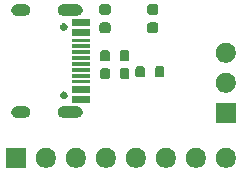
<source format=gbs>
G04 #@! TF.GenerationSoftware,KiCad,Pcbnew,9.0.3*
G04 #@! TF.CreationDate,2025-08-03T15:19:36-04:00*
G04 #@! TF.ProjectId,CH32V003J4M6,43483332-5630-4303-934a-344d362e6b69,rev?*
G04 #@! TF.SameCoordinates,Original*
G04 #@! TF.FileFunction,Soldermask,Bot*
G04 #@! TF.FilePolarity,Negative*
%FSLAX46Y46*%
G04 Gerber Fmt 4.6, Leading zero omitted, Abs format (unit mm)*
G04 Created by KiCad (PCBNEW 9.0.3) date 2025-08-03 15:19:36*
%MOMM*%
%LPD*%
G01*
G04 APERTURE LIST*
G04 APERTURE END LIST*
G36*
X143598000Y-111340000D02*
G01*
X141898000Y-111340000D01*
X141898000Y-109640000D01*
X143598000Y-109640000D01*
X143598000Y-111340000D01*
G37*
G36*
X145534742Y-109676601D02*
G01*
X145688687Y-109740367D01*
X145827234Y-109832941D01*
X145945059Y-109950766D01*
X146037633Y-110089313D01*
X146101399Y-110243258D01*
X146133907Y-110406685D01*
X146133907Y-110573315D01*
X146101399Y-110736742D01*
X146037633Y-110890687D01*
X145945059Y-111029234D01*
X145827234Y-111147059D01*
X145688687Y-111239633D01*
X145534742Y-111303399D01*
X145371315Y-111335907D01*
X145204685Y-111335907D01*
X145041258Y-111303399D01*
X144887313Y-111239633D01*
X144748766Y-111147059D01*
X144630941Y-111029234D01*
X144538367Y-110890687D01*
X144474601Y-110736742D01*
X144442093Y-110573315D01*
X144442093Y-110406685D01*
X144474601Y-110243258D01*
X144538367Y-110089313D01*
X144630941Y-109950766D01*
X144748766Y-109832941D01*
X144887313Y-109740367D01*
X145041258Y-109676601D01*
X145204685Y-109644093D01*
X145371315Y-109644093D01*
X145534742Y-109676601D01*
G37*
G36*
X148074742Y-109676601D02*
G01*
X148228687Y-109740367D01*
X148367234Y-109832941D01*
X148485059Y-109950766D01*
X148577633Y-110089313D01*
X148641399Y-110243258D01*
X148673907Y-110406685D01*
X148673907Y-110573315D01*
X148641399Y-110736742D01*
X148577633Y-110890687D01*
X148485059Y-111029234D01*
X148367234Y-111147059D01*
X148228687Y-111239633D01*
X148074742Y-111303399D01*
X147911315Y-111335907D01*
X147744685Y-111335907D01*
X147581258Y-111303399D01*
X147427313Y-111239633D01*
X147288766Y-111147059D01*
X147170941Y-111029234D01*
X147078367Y-110890687D01*
X147014601Y-110736742D01*
X146982093Y-110573315D01*
X146982093Y-110406685D01*
X147014601Y-110243258D01*
X147078367Y-110089313D01*
X147170941Y-109950766D01*
X147288766Y-109832941D01*
X147427313Y-109740367D01*
X147581258Y-109676601D01*
X147744685Y-109644093D01*
X147911315Y-109644093D01*
X148074742Y-109676601D01*
G37*
G36*
X150614742Y-109676601D02*
G01*
X150768687Y-109740367D01*
X150907234Y-109832941D01*
X151025059Y-109950766D01*
X151117633Y-110089313D01*
X151181399Y-110243258D01*
X151213907Y-110406685D01*
X151213907Y-110573315D01*
X151181399Y-110736742D01*
X151117633Y-110890687D01*
X151025059Y-111029234D01*
X150907234Y-111147059D01*
X150768687Y-111239633D01*
X150614742Y-111303399D01*
X150451315Y-111335907D01*
X150284685Y-111335907D01*
X150121258Y-111303399D01*
X149967313Y-111239633D01*
X149828766Y-111147059D01*
X149710941Y-111029234D01*
X149618367Y-110890687D01*
X149554601Y-110736742D01*
X149522093Y-110573315D01*
X149522093Y-110406685D01*
X149554601Y-110243258D01*
X149618367Y-110089313D01*
X149710941Y-109950766D01*
X149828766Y-109832941D01*
X149967313Y-109740367D01*
X150121258Y-109676601D01*
X150284685Y-109644093D01*
X150451315Y-109644093D01*
X150614742Y-109676601D01*
G37*
G36*
X153154742Y-109676601D02*
G01*
X153308687Y-109740367D01*
X153447234Y-109832941D01*
X153565059Y-109950766D01*
X153657633Y-110089313D01*
X153721399Y-110243258D01*
X153753907Y-110406685D01*
X153753907Y-110573315D01*
X153721399Y-110736742D01*
X153657633Y-110890687D01*
X153565059Y-111029234D01*
X153447234Y-111147059D01*
X153308687Y-111239633D01*
X153154742Y-111303399D01*
X152991315Y-111335907D01*
X152824685Y-111335907D01*
X152661258Y-111303399D01*
X152507313Y-111239633D01*
X152368766Y-111147059D01*
X152250941Y-111029234D01*
X152158367Y-110890687D01*
X152094601Y-110736742D01*
X152062093Y-110573315D01*
X152062093Y-110406685D01*
X152094601Y-110243258D01*
X152158367Y-110089313D01*
X152250941Y-109950766D01*
X152368766Y-109832941D01*
X152507313Y-109740367D01*
X152661258Y-109676601D01*
X152824685Y-109644093D01*
X152991315Y-109644093D01*
X153154742Y-109676601D01*
G37*
G36*
X155694742Y-109676601D02*
G01*
X155848687Y-109740367D01*
X155987234Y-109832941D01*
X156105059Y-109950766D01*
X156197633Y-110089313D01*
X156261399Y-110243258D01*
X156293907Y-110406685D01*
X156293907Y-110573315D01*
X156261399Y-110736742D01*
X156197633Y-110890687D01*
X156105059Y-111029234D01*
X155987234Y-111147059D01*
X155848687Y-111239633D01*
X155694742Y-111303399D01*
X155531315Y-111335907D01*
X155364685Y-111335907D01*
X155201258Y-111303399D01*
X155047313Y-111239633D01*
X154908766Y-111147059D01*
X154790941Y-111029234D01*
X154698367Y-110890687D01*
X154634601Y-110736742D01*
X154602093Y-110573315D01*
X154602093Y-110406685D01*
X154634601Y-110243258D01*
X154698367Y-110089313D01*
X154790941Y-109950766D01*
X154908766Y-109832941D01*
X155047313Y-109740367D01*
X155201258Y-109676601D01*
X155364685Y-109644093D01*
X155531315Y-109644093D01*
X155694742Y-109676601D01*
G37*
G36*
X158234742Y-109676601D02*
G01*
X158388687Y-109740367D01*
X158527234Y-109832941D01*
X158645059Y-109950766D01*
X158737633Y-110089313D01*
X158801399Y-110243258D01*
X158833907Y-110406685D01*
X158833907Y-110573315D01*
X158801399Y-110736742D01*
X158737633Y-110890687D01*
X158645059Y-111029234D01*
X158527234Y-111147059D01*
X158388687Y-111239633D01*
X158234742Y-111303399D01*
X158071315Y-111335907D01*
X157904685Y-111335907D01*
X157741258Y-111303399D01*
X157587313Y-111239633D01*
X157448766Y-111147059D01*
X157330941Y-111029234D01*
X157238367Y-110890687D01*
X157174601Y-110736742D01*
X157142093Y-110573315D01*
X157142093Y-110406685D01*
X157174601Y-110243258D01*
X157238367Y-110089313D01*
X157330941Y-109950766D01*
X157448766Y-109832941D01*
X157587313Y-109740367D01*
X157741258Y-109676601D01*
X157904685Y-109644093D01*
X158071315Y-109644093D01*
X158234742Y-109676601D01*
G37*
G36*
X160774742Y-109676601D02*
G01*
X160928687Y-109740367D01*
X161067234Y-109832941D01*
X161185059Y-109950766D01*
X161277633Y-110089313D01*
X161341399Y-110243258D01*
X161373907Y-110406685D01*
X161373907Y-110573315D01*
X161341399Y-110736742D01*
X161277633Y-110890687D01*
X161185059Y-111029234D01*
X161067234Y-111147059D01*
X160928687Y-111239633D01*
X160774742Y-111303399D01*
X160611315Y-111335907D01*
X160444685Y-111335907D01*
X160281258Y-111303399D01*
X160127313Y-111239633D01*
X159988766Y-111147059D01*
X159870941Y-111029234D01*
X159778367Y-110890687D01*
X159714601Y-110736742D01*
X159682093Y-110573315D01*
X159682093Y-110406685D01*
X159714601Y-110243258D01*
X159778367Y-110089313D01*
X159870941Y-109950766D01*
X159988766Y-109832941D01*
X160127313Y-109740367D01*
X160281258Y-109676601D01*
X160444685Y-109644093D01*
X160611315Y-109644093D01*
X160774742Y-109676601D01*
G37*
G36*
X161378000Y-107515000D02*
G01*
X159678000Y-107515000D01*
X159678000Y-105815000D01*
X161378000Y-105815000D01*
X161378000Y-107515000D01*
G37*
G36*
X143535263Y-106114244D02*
G01*
X143661342Y-106148026D01*
X143774381Y-106213289D01*
X143866677Y-106305585D01*
X143931940Y-106418624D01*
X143965722Y-106544703D01*
X143965722Y-106675229D01*
X143931940Y-106801308D01*
X143866677Y-106914347D01*
X143774381Y-107006643D01*
X143661342Y-107071906D01*
X143535263Y-107105688D01*
X143470000Y-107109966D01*
X143468029Y-107109966D01*
X142871971Y-107109966D01*
X142870000Y-107109966D01*
X142804737Y-107105688D01*
X142678658Y-107071906D01*
X142565619Y-107006643D01*
X142473323Y-106914347D01*
X142408060Y-106801308D01*
X142374278Y-106675229D01*
X142374278Y-106544703D01*
X142408060Y-106418624D01*
X142473323Y-106305585D01*
X142565619Y-106213289D01*
X142678658Y-106148026D01*
X142804737Y-106114244D01*
X142870000Y-106109966D01*
X143470000Y-106109966D01*
X143535263Y-106114244D01*
G37*
G36*
X147965263Y-106114244D02*
G01*
X148091342Y-106148026D01*
X148204381Y-106213289D01*
X148296677Y-106305585D01*
X148361940Y-106418624D01*
X148395722Y-106544703D01*
X148395722Y-106675229D01*
X148361940Y-106801308D01*
X148296677Y-106914347D01*
X148204381Y-107006643D01*
X148091342Y-107071906D01*
X147965263Y-107105688D01*
X147900000Y-107109966D01*
X147898029Y-107109966D01*
X146801971Y-107109966D01*
X146800000Y-107109966D01*
X146734737Y-107105688D01*
X146608658Y-107071906D01*
X146495619Y-107006643D01*
X146403323Y-106914347D01*
X146338060Y-106801308D01*
X146304278Y-106675229D01*
X146304278Y-106544703D01*
X146338060Y-106418624D01*
X146403323Y-106305585D01*
X146495619Y-106213289D01*
X146608658Y-106148026D01*
X146734737Y-106114244D01*
X146800000Y-106109966D01*
X147900000Y-106109966D01*
X147965263Y-106114244D01*
G37*
G36*
X148990000Y-105839966D02*
G01*
X147540000Y-105839966D01*
X147540000Y-105239966D01*
X148990000Y-105239966D01*
X148990000Y-105839966D01*
G37*
G36*
X146944372Y-104879705D02*
G01*
X147017847Y-104922126D01*
X147077840Y-104982119D01*
X147120261Y-105055594D01*
X147142220Y-105137545D01*
X147142220Y-105222387D01*
X147120261Y-105304338D01*
X147077840Y-105377813D01*
X147017847Y-105437806D01*
X146944372Y-105480227D01*
X146862421Y-105502186D01*
X146777579Y-105502186D01*
X146695628Y-105480227D01*
X146622153Y-105437806D01*
X146562160Y-105377813D01*
X146519739Y-105304338D01*
X146497780Y-105222387D01*
X146497780Y-105137545D01*
X146519739Y-105055594D01*
X146562160Y-104982119D01*
X146622153Y-104922126D01*
X146695628Y-104879705D01*
X146777579Y-104857746D01*
X146862421Y-104857746D01*
X146944372Y-104879705D01*
G37*
G36*
X148990000Y-105039966D02*
G01*
X147540000Y-105039966D01*
X147540000Y-104439966D01*
X148990000Y-104439966D01*
X148990000Y-105039966D01*
G37*
G36*
X160774742Y-103311601D02*
G01*
X160928687Y-103375367D01*
X161067234Y-103467941D01*
X161185059Y-103585766D01*
X161277633Y-103724313D01*
X161341399Y-103878258D01*
X161373907Y-104041685D01*
X161373907Y-104208315D01*
X161341399Y-104371742D01*
X161277633Y-104525687D01*
X161185059Y-104664234D01*
X161067234Y-104782059D01*
X160928687Y-104874633D01*
X160774742Y-104938399D01*
X160611315Y-104970907D01*
X160444685Y-104970907D01*
X160281258Y-104938399D01*
X160127313Y-104874633D01*
X159988766Y-104782059D01*
X159870941Y-104664234D01*
X159778367Y-104525687D01*
X159714601Y-104371742D01*
X159682093Y-104208315D01*
X159682093Y-104041685D01*
X159714601Y-103878258D01*
X159778367Y-103724313D01*
X159870941Y-103585766D01*
X159988766Y-103467941D01*
X160127313Y-103375367D01*
X160281258Y-103311601D01*
X160444685Y-103279093D01*
X160611315Y-103279093D01*
X160774742Y-103311601D01*
G37*
G36*
X148990000Y-104189966D02*
G01*
X147540000Y-104189966D01*
X147540000Y-103889966D01*
X148990000Y-103889966D01*
X148990000Y-104189966D01*
G37*
G36*
X150581537Y-102890224D02*
G01*
X150646421Y-102933579D01*
X150689776Y-102998463D01*
X150705000Y-103075000D01*
X150705000Y-103625000D01*
X150689776Y-103701537D01*
X150646421Y-103766421D01*
X150581537Y-103809776D01*
X150505000Y-103825000D01*
X150105000Y-103825000D01*
X150028463Y-103809776D01*
X149963579Y-103766421D01*
X149920224Y-103701537D01*
X149905000Y-103625000D01*
X149905000Y-103075000D01*
X149920224Y-102998463D01*
X149963579Y-102933579D01*
X150028463Y-102890224D01*
X150105000Y-102875000D01*
X150505000Y-102875000D01*
X150581537Y-102890224D01*
G37*
G36*
X152231537Y-102890224D02*
G01*
X152296421Y-102933579D01*
X152339776Y-102998463D01*
X152355000Y-103075000D01*
X152355000Y-103625000D01*
X152339776Y-103701537D01*
X152296421Y-103766421D01*
X152231537Y-103809776D01*
X152155000Y-103825000D01*
X151755000Y-103825000D01*
X151678463Y-103809776D01*
X151613579Y-103766421D01*
X151570224Y-103701537D01*
X151555000Y-103625000D01*
X151555000Y-103075000D01*
X151570224Y-102998463D01*
X151613579Y-102933579D01*
X151678463Y-102890224D01*
X151755000Y-102875000D01*
X152155000Y-102875000D01*
X152231537Y-102890224D01*
G37*
G36*
X148990000Y-103689966D02*
G01*
X147540000Y-103689966D01*
X147540000Y-103389966D01*
X148990000Y-103389966D01*
X148990000Y-103689966D01*
G37*
G36*
X153551537Y-102740224D02*
G01*
X153616421Y-102783579D01*
X153659776Y-102848463D01*
X153675000Y-102925000D01*
X153675000Y-103475000D01*
X153659776Y-103551537D01*
X153616421Y-103616421D01*
X153551537Y-103659776D01*
X153475000Y-103675000D01*
X153075000Y-103675000D01*
X152998463Y-103659776D01*
X152933579Y-103616421D01*
X152890224Y-103551537D01*
X152875000Y-103475000D01*
X152875000Y-102925000D01*
X152890224Y-102848463D01*
X152933579Y-102783579D01*
X152998463Y-102740224D01*
X153075000Y-102725000D01*
X153475000Y-102725000D01*
X153551537Y-102740224D01*
G37*
G36*
X155201537Y-102740224D02*
G01*
X155266421Y-102783579D01*
X155309776Y-102848463D01*
X155325000Y-102925000D01*
X155325000Y-103475000D01*
X155309776Y-103551537D01*
X155266421Y-103616421D01*
X155201537Y-103659776D01*
X155125000Y-103675000D01*
X154725000Y-103675000D01*
X154648463Y-103659776D01*
X154583579Y-103616421D01*
X154540224Y-103551537D01*
X154525000Y-103475000D01*
X154525000Y-102925000D01*
X154540224Y-102848463D01*
X154583579Y-102783579D01*
X154648463Y-102740224D01*
X154725000Y-102725000D01*
X155125000Y-102725000D01*
X155201537Y-102740224D01*
G37*
G36*
X148990000Y-103189966D02*
G01*
X147540000Y-103189966D01*
X147540000Y-102889966D01*
X148990000Y-102889966D01*
X148990000Y-103189966D01*
G37*
G36*
X148990000Y-102689966D02*
G01*
X147540000Y-102689966D01*
X147540000Y-102389966D01*
X148990000Y-102389966D01*
X148990000Y-102689966D01*
G37*
G36*
X160774742Y-100771601D02*
G01*
X160928687Y-100835367D01*
X161067234Y-100927941D01*
X161185059Y-101045766D01*
X161277633Y-101184313D01*
X161341399Y-101338258D01*
X161373907Y-101501685D01*
X161373907Y-101668315D01*
X161341399Y-101831742D01*
X161277633Y-101985687D01*
X161185059Y-102124234D01*
X161067234Y-102242059D01*
X160928687Y-102334633D01*
X160774742Y-102398399D01*
X160611315Y-102430907D01*
X160444685Y-102430907D01*
X160281258Y-102398399D01*
X160127313Y-102334633D01*
X159988766Y-102242059D01*
X159870941Y-102124234D01*
X159778367Y-101985687D01*
X159714601Y-101831742D01*
X159682093Y-101668315D01*
X159682093Y-101501685D01*
X159714601Y-101338258D01*
X159778367Y-101184313D01*
X159870941Y-101045766D01*
X159988766Y-100927941D01*
X160127313Y-100835367D01*
X160281258Y-100771601D01*
X160444685Y-100739093D01*
X160611315Y-100739093D01*
X160774742Y-100771601D01*
G37*
G36*
X150576537Y-101390224D02*
G01*
X150641421Y-101433579D01*
X150684776Y-101498463D01*
X150700000Y-101575000D01*
X150700000Y-102125000D01*
X150684776Y-102201537D01*
X150641421Y-102266421D01*
X150576537Y-102309776D01*
X150500000Y-102325000D01*
X150100000Y-102325000D01*
X150023463Y-102309776D01*
X149958579Y-102266421D01*
X149915224Y-102201537D01*
X149900000Y-102125000D01*
X149900000Y-101575000D01*
X149915224Y-101498463D01*
X149958579Y-101433579D01*
X150023463Y-101390224D01*
X150100000Y-101375000D01*
X150500000Y-101375000D01*
X150576537Y-101390224D01*
G37*
G36*
X152226537Y-101390224D02*
G01*
X152291421Y-101433579D01*
X152334776Y-101498463D01*
X152350000Y-101575000D01*
X152350000Y-102125000D01*
X152334776Y-102201537D01*
X152291421Y-102266421D01*
X152226537Y-102309776D01*
X152150000Y-102325000D01*
X151750000Y-102325000D01*
X151673463Y-102309776D01*
X151608579Y-102266421D01*
X151565224Y-102201537D01*
X151550000Y-102125000D01*
X151550000Y-101575000D01*
X151565224Y-101498463D01*
X151608579Y-101433579D01*
X151673463Y-101390224D01*
X151750000Y-101375000D01*
X152150000Y-101375000D01*
X152226537Y-101390224D01*
G37*
G36*
X148990000Y-102189966D02*
G01*
X147540000Y-102189966D01*
X147540000Y-101889966D01*
X148990000Y-101889966D01*
X148990000Y-102189966D01*
G37*
G36*
X148990000Y-101689966D02*
G01*
X147540000Y-101689966D01*
X147540000Y-101389966D01*
X148990000Y-101389966D01*
X148990000Y-101689966D01*
G37*
G36*
X148990000Y-101189966D02*
G01*
X147540000Y-101189966D01*
X147540000Y-100889966D01*
X148990000Y-100889966D01*
X148990000Y-101189966D01*
G37*
G36*
X148990000Y-100689966D02*
G01*
X147540000Y-100689966D01*
X147540000Y-100389966D01*
X148990000Y-100389966D01*
X148990000Y-100689966D01*
G37*
G36*
X148990000Y-100139966D02*
G01*
X147540000Y-100139966D01*
X147540000Y-99539966D01*
X148990000Y-99539966D01*
X148990000Y-100139966D01*
G37*
G36*
X150554850Y-99025964D02*
G01*
X150599317Y-99031123D01*
X150614510Y-99037831D01*
X150636104Y-99042127D01*
X150659222Y-99057574D01*
X150676567Y-99065233D01*
X150688412Y-99077078D01*
X150709099Y-99090901D01*
X150722921Y-99111587D01*
X150734766Y-99123432D01*
X150742423Y-99140774D01*
X150757873Y-99163896D01*
X150762168Y-99185491D01*
X150768876Y-99200682D01*
X150774033Y-99245139D01*
X150775000Y-99250000D01*
X150775000Y-99700000D01*
X150774032Y-99704862D01*
X150768876Y-99749317D01*
X150762168Y-99764506D01*
X150757873Y-99786104D01*
X150742422Y-99809227D01*
X150734766Y-99826567D01*
X150722923Y-99838409D01*
X150709099Y-99859099D01*
X150688409Y-99872923D01*
X150676567Y-99884766D01*
X150659227Y-99892422D01*
X150636104Y-99907873D01*
X150614506Y-99912168D01*
X150599317Y-99918876D01*
X150554861Y-99924032D01*
X150550000Y-99925000D01*
X150050000Y-99925000D01*
X150045138Y-99924033D01*
X150000682Y-99918876D01*
X149985491Y-99912168D01*
X149963896Y-99907873D01*
X149940774Y-99892423D01*
X149923432Y-99884766D01*
X149911587Y-99872921D01*
X149890901Y-99859099D01*
X149877078Y-99838412D01*
X149865233Y-99826567D01*
X149857574Y-99809222D01*
X149842127Y-99786104D01*
X149837831Y-99764510D01*
X149831123Y-99749317D01*
X149825964Y-99704849D01*
X149825000Y-99700000D01*
X149825000Y-99250000D01*
X149825964Y-99245150D01*
X149831123Y-99200682D01*
X149837832Y-99185487D01*
X149842127Y-99163896D01*
X149857573Y-99140779D01*
X149865233Y-99123432D01*
X149877080Y-99111584D01*
X149890901Y-99090901D01*
X149911584Y-99077080D01*
X149923432Y-99065233D01*
X149940779Y-99057573D01*
X149963896Y-99042127D01*
X149985487Y-99037832D01*
X150000682Y-99031123D01*
X150045151Y-99025964D01*
X150050000Y-99025000D01*
X150550000Y-99025000D01*
X150554850Y-99025964D01*
G37*
G36*
X154604850Y-99025964D02*
G01*
X154649317Y-99031123D01*
X154664510Y-99037831D01*
X154686104Y-99042127D01*
X154709222Y-99057574D01*
X154726567Y-99065233D01*
X154738412Y-99077078D01*
X154759099Y-99090901D01*
X154772921Y-99111587D01*
X154784766Y-99123432D01*
X154792423Y-99140774D01*
X154807873Y-99163896D01*
X154812168Y-99185491D01*
X154818876Y-99200682D01*
X154824033Y-99245139D01*
X154825000Y-99250000D01*
X154825000Y-99700000D01*
X154824032Y-99704862D01*
X154818876Y-99749317D01*
X154812168Y-99764506D01*
X154807873Y-99786104D01*
X154792422Y-99809227D01*
X154784766Y-99826567D01*
X154772923Y-99838409D01*
X154759099Y-99859099D01*
X154738409Y-99872923D01*
X154726567Y-99884766D01*
X154709227Y-99892422D01*
X154686104Y-99907873D01*
X154664506Y-99912168D01*
X154649317Y-99918876D01*
X154604861Y-99924032D01*
X154600000Y-99925000D01*
X154100000Y-99925000D01*
X154095138Y-99924033D01*
X154050682Y-99918876D01*
X154035491Y-99912168D01*
X154013896Y-99907873D01*
X153990774Y-99892423D01*
X153973432Y-99884766D01*
X153961587Y-99872921D01*
X153940901Y-99859099D01*
X153927078Y-99838412D01*
X153915233Y-99826567D01*
X153907574Y-99809222D01*
X153892127Y-99786104D01*
X153887831Y-99764510D01*
X153881123Y-99749317D01*
X153875964Y-99704849D01*
X153875000Y-99700000D01*
X153875000Y-99250000D01*
X153875964Y-99245150D01*
X153881123Y-99200682D01*
X153887832Y-99185487D01*
X153892127Y-99163896D01*
X153907573Y-99140779D01*
X153915233Y-99123432D01*
X153927080Y-99111584D01*
X153940901Y-99090901D01*
X153961584Y-99077080D01*
X153973432Y-99065233D01*
X153990779Y-99057573D01*
X154013896Y-99042127D01*
X154035487Y-99037832D01*
X154050682Y-99031123D01*
X154095151Y-99025964D01*
X154100000Y-99025000D01*
X154600000Y-99025000D01*
X154604850Y-99025964D01*
G37*
G36*
X146944372Y-99099705D02*
G01*
X147017847Y-99142126D01*
X147077840Y-99202119D01*
X147120261Y-99275594D01*
X147142220Y-99357545D01*
X147142220Y-99442387D01*
X147120261Y-99524338D01*
X147077840Y-99597813D01*
X147017847Y-99657806D01*
X146944372Y-99700227D01*
X146862421Y-99722186D01*
X146777579Y-99722186D01*
X146695628Y-99700227D01*
X146622153Y-99657806D01*
X146562160Y-99597813D01*
X146519739Y-99524338D01*
X146497780Y-99442387D01*
X146497780Y-99357545D01*
X146519739Y-99275594D01*
X146562160Y-99202119D01*
X146622153Y-99142126D01*
X146695628Y-99099705D01*
X146777579Y-99077746D01*
X146862421Y-99077746D01*
X146944372Y-99099705D01*
G37*
G36*
X148990000Y-99339966D02*
G01*
X147540000Y-99339966D01*
X147540000Y-98739966D01*
X148990000Y-98739966D01*
X148990000Y-99339966D01*
G37*
G36*
X143535263Y-97474244D02*
G01*
X143661342Y-97508026D01*
X143774381Y-97573289D01*
X143866677Y-97665585D01*
X143931940Y-97778624D01*
X143965722Y-97904703D01*
X143965722Y-98035229D01*
X143931940Y-98161308D01*
X143866677Y-98274347D01*
X143774381Y-98366643D01*
X143661342Y-98431906D01*
X143535263Y-98465688D01*
X143470000Y-98469966D01*
X143468029Y-98469966D01*
X142871971Y-98469966D01*
X142870000Y-98469966D01*
X142804737Y-98465688D01*
X142678658Y-98431906D01*
X142565619Y-98366643D01*
X142473323Y-98274347D01*
X142408060Y-98161308D01*
X142374278Y-98035229D01*
X142374278Y-97904703D01*
X142408060Y-97778624D01*
X142473323Y-97665585D01*
X142565619Y-97573289D01*
X142678658Y-97508026D01*
X142804737Y-97474244D01*
X142870000Y-97469966D01*
X143470000Y-97469966D01*
X143535263Y-97474244D01*
G37*
G36*
X147965263Y-97474244D02*
G01*
X148091342Y-97508026D01*
X148204381Y-97573289D01*
X148296677Y-97665585D01*
X148361940Y-97778624D01*
X148395722Y-97904703D01*
X148395722Y-98035229D01*
X148361940Y-98161308D01*
X148296677Y-98274347D01*
X148204381Y-98366643D01*
X148091342Y-98431906D01*
X147965263Y-98465688D01*
X147900000Y-98469966D01*
X147898029Y-98469966D01*
X146801971Y-98469966D01*
X146800000Y-98469966D01*
X146734737Y-98465688D01*
X146608658Y-98431906D01*
X146495619Y-98366643D01*
X146403323Y-98274347D01*
X146338060Y-98161308D01*
X146304278Y-98035229D01*
X146304278Y-97904703D01*
X146338060Y-97778624D01*
X146403323Y-97665585D01*
X146495619Y-97573289D01*
X146608658Y-97508026D01*
X146734737Y-97474244D01*
X146800000Y-97469966D01*
X147900000Y-97469966D01*
X147965263Y-97474244D01*
G37*
G36*
X150554850Y-97475964D02*
G01*
X150599317Y-97481123D01*
X150614510Y-97487831D01*
X150636104Y-97492127D01*
X150659222Y-97507574D01*
X150676567Y-97515233D01*
X150688412Y-97527078D01*
X150709099Y-97540901D01*
X150722921Y-97561587D01*
X150734766Y-97573432D01*
X150742423Y-97590774D01*
X150757873Y-97613896D01*
X150762168Y-97635491D01*
X150768876Y-97650682D01*
X150774033Y-97695139D01*
X150775000Y-97700000D01*
X150775000Y-98150000D01*
X150774032Y-98154862D01*
X150768876Y-98199317D01*
X150762168Y-98214506D01*
X150757873Y-98236104D01*
X150742422Y-98259227D01*
X150734766Y-98276567D01*
X150722923Y-98288409D01*
X150709099Y-98309099D01*
X150688409Y-98322923D01*
X150676567Y-98334766D01*
X150659227Y-98342422D01*
X150636104Y-98357873D01*
X150614506Y-98362168D01*
X150599317Y-98368876D01*
X150554861Y-98374032D01*
X150550000Y-98375000D01*
X150050000Y-98375000D01*
X150045138Y-98374033D01*
X150000682Y-98368876D01*
X149985491Y-98362168D01*
X149963896Y-98357873D01*
X149940774Y-98342423D01*
X149923432Y-98334766D01*
X149911587Y-98322921D01*
X149890901Y-98309099D01*
X149877078Y-98288412D01*
X149865233Y-98276567D01*
X149857574Y-98259222D01*
X149842127Y-98236104D01*
X149837831Y-98214510D01*
X149831123Y-98199317D01*
X149825964Y-98154849D01*
X149825000Y-98150000D01*
X149825000Y-97700000D01*
X149825964Y-97695150D01*
X149831123Y-97650682D01*
X149837832Y-97635487D01*
X149842127Y-97613896D01*
X149857573Y-97590779D01*
X149865233Y-97573432D01*
X149877080Y-97561584D01*
X149890901Y-97540901D01*
X149911584Y-97527080D01*
X149923432Y-97515233D01*
X149940779Y-97507573D01*
X149963896Y-97492127D01*
X149985487Y-97487832D01*
X150000682Y-97481123D01*
X150045151Y-97475964D01*
X150050000Y-97475000D01*
X150550000Y-97475000D01*
X150554850Y-97475964D01*
G37*
G36*
X154604850Y-97475964D02*
G01*
X154649317Y-97481123D01*
X154664510Y-97487831D01*
X154686104Y-97492127D01*
X154709222Y-97507574D01*
X154726567Y-97515233D01*
X154738412Y-97527078D01*
X154759099Y-97540901D01*
X154772921Y-97561587D01*
X154784766Y-97573432D01*
X154792423Y-97590774D01*
X154807873Y-97613896D01*
X154812168Y-97635491D01*
X154818876Y-97650682D01*
X154824033Y-97695139D01*
X154825000Y-97700000D01*
X154825000Y-98150000D01*
X154824032Y-98154862D01*
X154818876Y-98199317D01*
X154812168Y-98214506D01*
X154807873Y-98236104D01*
X154792422Y-98259227D01*
X154784766Y-98276567D01*
X154772923Y-98288409D01*
X154759099Y-98309099D01*
X154738409Y-98322923D01*
X154726567Y-98334766D01*
X154709227Y-98342422D01*
X154686104Y-98357873D01*
X154664506Y-98362168D01*
X154649317Y-98368876D01*
X154604861Y-98374032D01*
X154600000Y-98375000D01*
X154100000Y-98375000D01*
X154095138Y-98374033D01*
X154050682Y-98368876D01*
X154035491Y-98362168D01*
X154013896Y-98357873D01*
X153990774Y-98342423D01*
X153973432Y-98334766D01*
X153961587Y-98322921D01*
X153940901Y-98309099D01*
X153927078Y-98288412D01*
X153915233Y-98276567D01*
X153907574Y-98259222D01*
X153892127Y-98236104D01*
X153887831Y-98214510D01*
X153881123Y-98199317D01*
X153875964Y-98154849D01*
X153875000Y-98150000D01*
X153875000Y-97700000D01*
X153875964Y-97695150D01*
X153881123Y-97650682D01*
X153887832Y-97635487D01*
X153892127Y-97613896D01*
X153907573Y-97590779D01*
X153915233Y-97573432D01*
X153927080Y-97561584D01*
X153940901Y-97540901D01*
X153961584Y-97527080D01*
X153973432Y-97515233D01*
X153990779Y-97507573D01*
X154013896Y-97492127D01*
X154035487Y-97487832D01*
X154050682Y-97481123D01*
X154095151Y-97475964D01*
X154100000Y-97475000D01*
X154600000Y-97475000D01*
X154604850Y-97475964D01*
G37*
M02*

</source>
